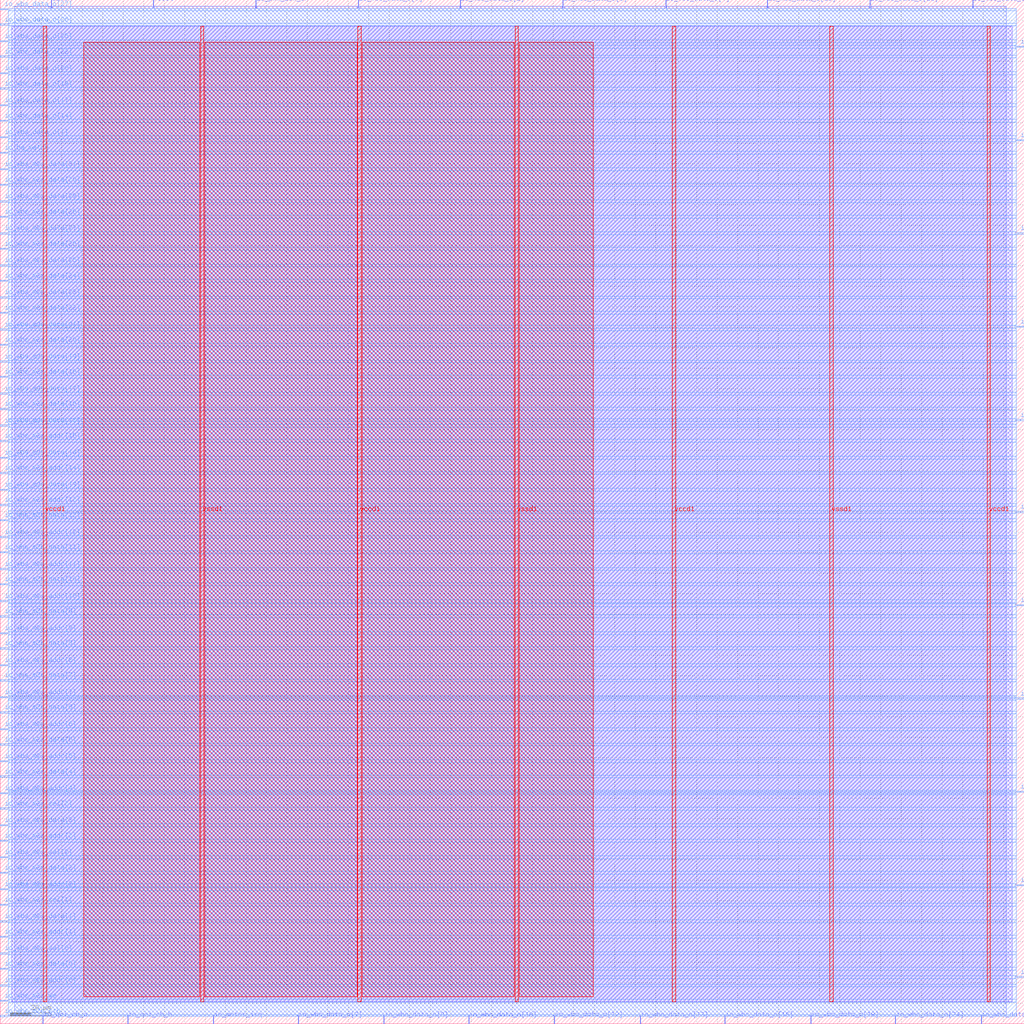
<source format=lef>
VERSION 5.7 ;
  NOWIREEXTENSIONATPIN ON ;
  DIVIDERCHAR "/" ;
  BUSBITCHARS "[]" ;
MACRO Motor_Top
  CLASS BLOCK ;
  FOREIGN Motor_Top ;
  ORIGIN 0.000 0.000 ;
  SIZE 500.000 BY 500.000 ;
  PIN clock
    DIRECTION INPUT ;
    USE SIGNAL ;
    PORT
      LAYER met2 ;
        RECT 24.930 496.000 25.210 500.000 ;
    END
  END clock
  PIN io_ba_match
    DIRECTION INPUT ;
    USE SIGNAL ;
    PORT
      LAYER met3 ;
        RECT 0.000 425.040 4.000 425.640 ;
    END
  END io_ba_match
  PIN io_motor_irq
    DIRECTION OUTPUT TRISTATE ;
    USE SIGNAL ;
    PORT
      LAYER met2 ;
        RECT 104.050 0.000 104.330 4.000 ;
    END
  END io_motor_irq
  PIN io_pwm_high
    DIRECTION OUTPUT TRISTATE ;
    USE SIGNAL ;
    PORT
      LAYER met3 ;
        RECT 496.000 22.480 500.000 23.080 ;
    END
  END io_pwm_high
  PIN io_pwm_high_en
    DIRECTION OUTPUT TRISTATE ;
    USE SIGNAL ;
    PORT
      LAYER met3 ;
        RECT 496.000 112.920 500.000 113.520 ;
    END
  END io_pwm_high_en
  PIN io_pwm_low
    DIRECTION OUTPUT TRISTATE ;
    USE SIGNAL ;
    PORT
      LAYER met3 ;
        RECT 496.000 67.360 500.000 67.960 ;
    END
  END io_pwm_low
  PIN io_pwm_low_en
    DIRECTION OUTPUT TRISTATE ;
    USE SIGNAL ;
    PORT
      LAYER met2 ;
        RECT 124.750 496.000 125.030 500.000 ;
    END
  END io_pwm_low_en
  PIN io_qei_ch_a
    DIRECTION INPUT ;
    USE SIGNAL ;
    PORT
      LAYER met2 ;
        RECT 20.790 0.000 21.070 4.000 ;
    END
  END io_qei_ch_a
  PIN io_qei_ch_b
    DIRECTION INPUT ;
    USE SIGNAL ;
    PORT
      LAYER met2 ;
        RECT 62.190 0.000 62.470 4.000 ;
    END
  END io_qei_ch_b
  PIN io_wbs_ack_o
    DIRECTION OUTPUT TRISTATE ;
    USE SIGNAL ;
    PORT
      LAYER met3 ;
        RECT 496.000 158.480 500.000 159.080 ;
    END
  END io_wbs_ack_o
  PIN io_wbs_data_o[0]
    DIRECTION OUTPUT TRISTATE ;
    USE SIGNAL ;
    PORT
      LAYER met2 ;
        RECT 174.890 496.000 175.170 500.000 ;
    END
  END io_wbs_data_o[0]
  PIN io_wbs_data_o[10]
    DIRECTION OUTPUT TRISTATE ;
    USE SIGNAL ;
    PORT
      LAYER met2 ;
        RECT 228.710 0.000 228.990 4.000 ;
    END
  END io_wbs_data_o[10]
  PIN io_wbs_data_o[11]
    DIRECTION OUTPUT TRISTATE ;
    USE SIGNAL ;
    PORT
      LAYER met3 ;
        RECT 496.000 340.040 500.000 340.640 ;
    END
  END io_wbs_data_o[11]
  PIN io_wbs_data_o[12]
    DIRECTION OUTPUT TRISTATE ;
    USE SIGNAL ;
    PORT
      LAYER met2 ;
        RECT 270.570 0.000 270.850 4.000 ;
    END
  END io_wbs_data_o[12]
  PIN io_wbs_data_o[13]
    DIRECTION OUTPUT TRISTATE ;
    USE SIGNAL ;
    PORT
      LAYER met2 ;
        RECT 312.430 0.000 312.710 4.000 ;
    END
  END io_wbs_data_o[13]
  PIN io_wbs_data_o[14]
    DIRECTION OUTPUT TRISTATE ;
    USE SIGNAL ;
    PORT
      LAYER met3 ;
        RECT 0.000 440.680 4.000 441.280 ;
    END
  END io_wbs_data_o[14]
  PIN io_wbs_data_o[15]
    DIRECTION OUTPUT TRISTATE ;
    USE SIGNAL ;
    PORT
      LAYER met2 ;
        RECT 374.530 496.000 374.810 500.000 ;
    END
  END io_wbs_data_o[15]
  PIN io_wbs_data_o[16]
    DIRECTION OUTPUT TRISTATE ;
    USE SIGNAL ;
    PORT
      LAYER met2 ;
        RECT 353.830 0.000 354.110 4.000 ;
    END
  END io_wbs_data_o[16]
  PIN io_wbs_data_o[17]
    DIRECTION OUTPUT TRISTATE ;
    USE SIGNAL ;
    PORT
      LAYER met3 ;
        RECT 0.000 448.160 4.000 448.760 ;
    END
  END io_wbs_data_o[17]
  PIN io_wbs_data_o[18]
    DIRECTION OUTPUT TRISTATE ;
    USE SIGNAL ;
    PORT
      LAYER met2 ;
        RECT 395.690 0.000 395.970 4.000 ;
    END
  END io_wbs_data_o[18]
  PIN io_wbs_data_o[19]
    DIRECTION OUTPUT TRISTATE ;
    USE SIGNAL ;
    PORT
      LAYER met3 ;
        RECT 0.000 456.320 4.000 456.920 ;
    END
  END io_wbs_data_o[19]
  PIN io_wbs_data_o[1]
    DIRECTION OUTPUT TRISTATE ;
    USE SIGNAL ;
    PORT
      LAYER met3 ;
        RECT 0.000 432.520 4.000 433.120 ;
    END
  END io_wbs_data_o[1]
  PIN io_wbs_data_o[20]
    DIRECTION OUTPUT TRISTATE ;
    USE SIGNAL ;
    PORT
      LAYER met3 ;
        RECT 0.000 463.800 4.000 464.400 ;
    END
  END io_wbs_data_o[20]
  PIN io_wbs_data_o[21]
    DIRECTION OUTPUT TRISTATE ;
    USE SIGNAL ;
    PORT
      LAYER met2 ;
        RECT 424.670 496.000 424.950 500.000 ;
    END
  END io_wbs_data_o[21]
  PIN io_wbs_data_o[22]
    DIRECTION OUTPUT TRISTATE ;
    USE SIGNAL ;
    PORT
      LAYER met3 ;
        RECT 0.000 471.960 4.000 472.560 ;
    END
  END io_wbs_data_o[22]
  PIN io_wbs_data_o[23]
    DIRECTION OUTPUT TRISTATE ;
    USE SIGNAL ;
    PORT
      LAYER met3 ;
        RECT 496.000 385.600 500.000 386.200 ;
    END
  END io_wbs_data_o[23]
  PIN io_wbs_data_o[24]
    DIRECTION OUTPUT TRISTATE ;
    USE SIGNAL ;
    PORT
      LAYER met2 ;
        RECT 437.090 0.000 437.370 4.000 ;
    END
  END io_wbs_data_o[24]
  PIN io_wbs_data_o[25]
    DIRECTION OUTPUT TRISTATE ;
    USE SIGNAL ;
    PORT
      LAYER met3 ;
        RECT 0.000 479.440 4.000 480.040 ;
    END
  END io_wbs_data_o[25]
  PIN io_wbs_data_o[26]
    DIRECTION OUTPUT TRISTATE ;
    USE SIGNAL ;
    PORT
      LAYER met3 ;
        RECT 0.000 487.600 4.000 488.200 ;
    END
  END io_wbs_data_o[26]
  PIN io_wbs_data_o[27]
    DIRECTION OUTPUT TRISTATE ;
    USE SIGNAL ;
    PORT
      LAYER met3 ;
        RECT 0.000 495.080 4.000 495.680 ;
    END
  END io_wbs_data_o[27]
  PIN io_wbs_data_o[28]
    DIRECTION OUTPUT TRISTATE ;
    USE SIGNAL ;
    PORT
      LAYER met2 ;
        RECT 478.950 0.000 479.230 4.000 ;
    END
  END io_wbs_data_o[28]
  PIN io_wbs_data_o[29]
    DIRECTION OUTPUT TRISTATE ;
    USE SIGNAL ;
    PORT
      LAYER met2 ;
        RECT 474.810 496.000 475.090 500.000 ;
    END
  END io_wbs_data_o[29]
  PIN io_wbs_data_o[2]
    DIRECTION OUTPUT TRISTATE ;
    USE SIGNAL ;
    PORT
      LAYER met2 ;
        RECT 224.570 496.000 224.850 500.000 ;
    END
  END io_wbs_data_o[2]
  PIN io_wbs_data_o[30]
    DIRECTION OUTPUT TRISTATE ;
    USE SIGNAL ;
    PORT
      LAYER met3 ;
        RECT 496.000 431.160 500.000 431.760 ;
    END
  END io_wbs_data_o[30]
  PIN io_wbs_data_o[31]
    DIRECTION OUTPUT TRISTATE ;
    USE SIGNAL ;
    PORT
      LAYER met3 ;
        RECT 496.000 476.720 500.000 477.320 ;
    END
  END io_wbs_data_o[31]
  PIN io_wbs_data_o[3]
    DIRECTION OUTPUT TRISTATE ;
    USE SIGNAL ;
    PORT
      LAYER met2 ;
        RECT 274.710 496.000 274.990 500.000 ;
    END
  END io_wbs_data_o[3]
  PIN io_wbs_data_o[4]
    DIRECTION OUTPUT TRISTATE ;
    USE SIGNAL ;
    PORT
      LAYER met2 ;
        RECT 324.850 496.000 325.130 500.000 ;
    END
  END io_wbs_data_o[4]
  PIN io_wbs_data_o[5]
    DIRECTION OUTPUT TRISTATE ;
    USE SIGNAL ;
    PORT
      LAYER met3 ;
        RECT 496.000 204.040 500.000 204.640 ;
    END
  END io_wbs_data_o[5]
  PIN io_wbs_data_o[6]
    DIRECTION OUTPUT TRISTATE ;
    USE SIGNAL ;
    PORT
      LAYER met3 ;
        RECT 496.000 249.600 500.000 250.200 ;
    END
  END io_wbs_data_o[6]
  PIN io_wbs_data_o[7]
    DIRECTION OUTPUT TRISTATE ;
    USE SIGNAL ;
    PORT
      LAYER met2 ;
        RECT 145.450 0.000 145.730 4.000 ;
    END
  END io_wbs_data_o[7]
  PIN io_wbs_data_o[8]
    DIRECTION OUTPUT TRISTATE ;
    USE SIGNAL ;
    PORT
      LAYER met3 ;
        RECT 496.000 294.480 500.000 295.080 ;
    END
  END io_wbs_data_o[8]
  PIN io_wbs_data_o[9]
    DIRECTION OUTPUT TRISTATE ;
    USE SIGNAL ;
    PORT
      LAYER met2 ;
        RECT 187.310 0.000 187.590 4.000 ;
    END
  END io_wbs_data_o[9]
  PIN io_wbs_m2s_addr[0]
    DIRECTION INPUT ;
    USE SIGNAL ;
    PORT
      LAYER met3 ;
        RECT 0.000 18.400 4.000 19.000 ;
    END
  END io_wbs_m2s_addr[0]
  PIN io_wbs_m2s_addr[10]
    DIRECTION INPUT ;
    USE SIGNAL ;
    PORT
      LAYER met3 ;
        RECT 0.000 206.080 4.000 206.680 ;
    END
  END io_wbs_m2s_addr[10]
  PIN io_wbs_m2s_addr[11]
    DIRECTION INPUT ;
    USE SIGNAL ;
    PORT
      LAYER met3 ;
        RECT 0.000 221.720 4.000 222.320 ;
    END
  END io_wbs_m2s_addr[11]
  PIN io_wbs_m2s_addr[12]
    DIRECTION INPUT ;
    USE SIGNAL ;
    PORT
      LAYER met3 ;
        RECT 0.000 237.360 4.000 237.960 ;
    END
  END io_wbs_m2s_addr[12]
  PIN io_wbs_m2s_addr[13]
    DIRECTION INPUT ;
    USE SIGNAL ;
    PORT
      LAYER met3 ;
        RECT 0.000 253.000 4.000 253.600 ;
    END
  END io_wbs_m2s_addr[13]
  PIN io_wbs_m2s_addr[14]
    DIRECTION INPUT ;
    USE SIGNAL ;
    PORT
      LAYER met3 ;
        RECT 0.000 268.640 4.000 269.240 ;
    END
  END io_wbs_m2s_addr[14]
  PIN io_wbs_m2s_addr[15]
    DIRECTION INPUT ;
    USE SIGNAL ;
    PORT
      LAYER met3 ;
        RECT 0.000 284.280 4.000 284.880 ;
    END
  END io_wbs_m2s_addr[15]
  PIN io_wbs_m2s_addr[1]
    DIRECTION INPUT ;
    USE SIGNAL ;
    PORT
      LAYER met3 ;
        RECT 0.000 42.200 4.000 42.800 ;
    END
  END io_wbs_m2s_addr[1]
  PIN io_wbs_m2s_addr[2]
    DIRECTION INPUT ;
    USE SIGNAL ;
    PORT
      LAYER met3 ;
        RECT 0.000 65.320 4.000 65.920 ;
    END
  END io_wbs_m2s_addr[2]
  PIN io_wbs_m2s_addr[3]
    DIRECTION INPUT ;
    USE SIGNAL ;
    PORT
      LAYER met3 ;
        RECT 0.000 89.120 4.000 89.720 ;
    END
  END io_wbs_m2s_addr[3]
  PIN io_wbs_m2s_addr[4]
    DIRECTION INPUT ;
    USE SIGNAL ;
    PORT
      LAYER met3 ;
        RECT 0.000 112.240 4.000 112.840 ;
    END
  END io_wbs_m2s_addr[4]
  PIN io_wbs_m2s_addr[5]
    DIRECTION INPUT ;
    USE SIGNAL ;
    PORT
      LAYER met3 ;
        RECT 0.000 127.880 4.000 128.480 ;
    END
  END io_wbs_m2s_addr[5]
  PIN io_wbs_m2s_addr[6]
    DIRECTION INPUT ;
    USE SIGNAL ;
    PORT
      LAYER met3 ;
        RECT 0.000 143.520 4.000 144.120 ;
    END
  END io_wbs_m2s_addr[6]
  PIN io_wbs_m2s_addr[7]
    DIRECTION INPUT ;
    USE SIGNAL ;
    PORT
      LAYER met3 ;
        RECT 0.000 159.160 4.000 159.760 ;
    END
  END io_wbs_m2s_addr[7]
  PIN io_wbs_m2s_addr[8]
    DIRECTION INPUT ;
    USE SIGNAL ;
    PORT
      LAYER met3 ;
        RECT 0.000 174.800 4.000 175.400 ;
    END
  END io_wbs_m2s_addr[8]
  PIN io_wbs_m2s_addr[9]
    DIRECTION INPUT ;
    USE SIGNAL ;
    PORT
      LAYER met3 ;
        RECT 0.000 190.440 4.000 191.040 ;
    END
  END io_wbs_m2s_addr[9]
  PIN io_wbs_m2s_data[0]
    DIRECTION INPUT ;
    USE SIGNAL ;
    PORT
      LAYER met3 ;
        RECT 0.000 26.560 4.000 27.160 ;
    END
  END io_wbs_m2s_data[0]
  PIN io_wbs_m2s_data[10]
    DIRECTION INPUT ;
    USE SIGNAL ;
    PORT
      LAYER met3 ;
        RECT 0.000 214.240 4.000 214.840 ;
    END
  END io_wbs_m2s_data[10]
  PIN io_wbs_m2s_data[11]
    DIRECTION INPUT ;
    USE SIGNAL ;
    PORT
      LAYER met3 ;
        RECT 0.000 229.880 4.000 230.480 ;
    END
  END io_wbs_m2s_data[11]
  PIN io_wbs_m2s_data[12]
    DIRECTION INPUT ;
    USE SIGNAL ;
    PORT
      LAYER met3 ;
        RECT 0.000 245.520 4.000 246.120 ;
    END
  END io_wbs_m2s_data[12]
  PIN io_wbs_m2s_data[13]
    DIRECTION INPUT ;
    USE SIGNAL ;
    PORT
      LAYER met3 ;
        RECT 0.000 260.480 4.000 261.080 ;
    END
  END io_wbs_m2s_data[13]
  PIN io_wbs_m2s_data[14]
    DIRECTION INPUT ;
    USE SIGNAL ;
    PORT
      LAYER met3 ;
        RECT 0.000 276.120 4.000 276.720 ;
    END
  END io_wbs_m2s_data[14]
  PIN io_wbs_m2s_data[15]
    DIRECTION INPUT ;
    USE SIGNAL ;
    PORT
      LAYER met3 ;
        RECT 0.000 291.760 4.000 292.360 ;
    END
  END io_wbs_m2s_data[15]
  PIN io_wbs_m2s_data[16]
    DIRECTION INPUT ;
    USE SIGNAL ;
    PORT
      LAYER met3 ;
        RECT 0.000 299.920 4.000 300.520 ;
    END
  END io_wbs_m2s_data[16]
  PIN io_wbs_m2s_data[17]
    DIRECTION INPUT ;
    USE SIGNAL ;
    PORT
      LAYER met3 ;
        RECT 0.000 307.400 4.000 308.000 ;
    END
  END io_wbs_m2s_data[17]
  PIN io_wbs_m2s_data[18]
    DIRECTION INPUT ;
    USE SIGNAL ;
    PORT
      LAYER met3 ;
        RECT 0.000 315.560 4.000 316.160 ;
    END
  END io_wbs_m2s_data[18]
  PIN io_wbs_m2s_data[19]
    DIRECTION INPUT ;
    USE SIGNAL ;
    PORT
      LAYER met3 ;
        RECT 0.000 323.040 4.000 323.640 ;
    END
  END io_wbs_m2s_data[19]
  PIN io_wbs_m2s_data[1]
    DIRECTION INPUT ;
    USE SIGNAL ;
    PORT
      LAYER met3 ;
        RECT 0.000 49.680 4.000 50.280 ;
    END
  END io_wbs_m2s_data[1]
  PIN io_wbs_m2s_data[20]
    DIRECTION INPUT ;
    USE SIGNAL ;
    PORT
      LAYER met3 ;
        RECT 0.000 331.200 4.000 331.800 ;
    END
  END io_wbs_m2s_data[20]
  PIN io_wbs_m2s_data[21]
    DIRECTION INPUT ;
    USE SIGNAL ;
    PORT
      LAYER met3 ;
        RECT 0.000 338.680 4.000 339.280 ;
    END
  END io_wbs_m2s_data[21]
  PIN io_wbs_m2s_data[22]
    DIRECTION INPUT ;
    USE SIGNAL ;
    PORT
      LAYER met3 ;
        RECT 0.000 346.840 4.000 347.440 ;
    END
  END io_wbs_m2s_data[22]
  PIN io_wbs_m2s_data[23]
    DIRECTION INPUT ;
    USE SIGNAL ;
    PORT
      LAYER met3 ;
        RECT 0.000 354.320 4.000 354.920 ;
    END
  END io_wbs_m2s_data[23]
  PIN io_wbs_m2s_data[24]
    DIRECTION INPUT ;
    USE SIGNAL ;
    PORT
      LAYER met3 ;
        RECT 0.000 362.480 4.000 363.080 ;
    END
  END io_wbs_m2s_data[24]
  PIN io_wbs_m2s_data[25]
    DIRECTION INPUT ;
    USE SIGNAL ;
    PORT
      LAYER met3 ;
        RECT 0.000 369.960 4.000 370.560 ;
    END
  END io_wbs_m2s_data[25]
  PIN io_wbs_m2s_data[26]
    DIRECTION INPUT ;
    USE SIGNAL ;
    PORT
      LAYER met3 ;
        RECT 0.000 378.120 4.000 378.720 ;
    END
  END io_wbs_m2s_data[26]
  PIN io_wbs_m2s_data[27]
    DIRECTION INPUT ;
    USE SIGNAL ;
    PORT
      LAYER met3 ;
        RECT 0.000 385.600 4.000 386.200 ;
    END
  END io_wbs_m2s_data[27]
  PIN io_wbs_m2s_data[28]
    DIRECTION INPUT ;
    USE SIGNAL ;
    PORT
      LAYER met3 ;
        RECT 0.000 393.760 4.000 394.360 ;
    END
  END io_wbs_m2s_data[28]
  PIN io_wbs_m2s_data[29]
    DIRECTION INPUT ;
    USE SIGNAL ;
    PORT
      LAYER met3 ;
        RECT 0.000 401.240 4.000 401.840 ;
    END
  END io_wbs_m2s_data[29]
  PIN io_wbs_m2s_data[2]
    DIRECTION INPUT ;
    USE SIGNAL ;
    PORT
      LAYER met3 ;
        RECT 0.000 73.480 4.000 74.080 ;
    END
  END io_wbs_m2s_data[2]
  PIN io_wbs_m2s_data[30]
    DIRECTION INPUT ;
    USE SIGNAL ;
    PORT
      LAYER met3 ;
        RECT 0.000 409.400 4.000 410.000 ;
    END
  END io_wbs_m2s_data[30]
  PIN io_wbs_m2s_data[31]
    DIRECTION INPUT ;
    USE SIGNAL ;
    PORT
      LAYER met3 ;
        RECT 0.000 416.880 4.000 417.480 ;
    END
  END io_wbs_m2s_data[31]
  PIN io_wbs_m2s_data[3]
    DIRECTION INPUT ;
    USE SIGNAL ;
    PORT
      LAYER met3 ;
        RECT 0.000 96.600 4.000 97.200 ;
    END
  END io_wbs_m2s_data[3]
  PIN io_wbs_m2s_data[4]
    DIRECTION INPUT ;
    USE SIGNAL ;
    PORT
      LAYER met3 ;
        RECT 0.000 120.400 4.000 121.000 ;
    END
  END io_wbs_m2s_data[4]
  PIN io_wbs_m2s_data[5]
    DIRECTION INPUT ;
    USE SIGNAL ;
    PORT
      LAYER met3 ;
        RECT 0.000 136.040 4.000 136.640 ;
    END
  END io_wbs_m2s_data[5]
  PIN io_wbs_m2s_data[6]
    DIRECTION INPUT ;
    USE SIGNAL ;
    PORT
      LAYER met3 ;
        RECT 0.000 151.680 4.000 152.280 ;
    END
  END io_wbs_m2s_data[6]
  PIN io_wbs_m2s_data[7]
    DIRECTION INPUT ;
    USE SIGNAL ;
    PORT
      LAYER met3 ;
        RECT 0.000 167.320 4.000 167.920 ;
    END
  END io_wbs_m2s_data[7]
  PIN io_wbs_m2s_data[8]
    DIRECTION INPUT ;
    USE SIGNAL ;
    PORT
      LAYER met3 ;
        RECT 0.000 182.960 4.000 183.560 ;
    END
  END io_wbs_m2s_data[8]
  PIN io_wbs_m2s_data[9]
    DIRECTION INPUT ;
    USE SIGNAL ;
    PORT
      LAYER met3 ;
        RECT 0.000 198.600 4.000 199.200 ;
    END
  END io_wbs_m2s_data[9]
  PIN io_wbs_m2s_sel[0]
    DIRECTION INPUT ;
    USE SIGNAL ;
    PORT
      LAYER met3 ;
        RECT 0.000 34.040 4.000 34.640 ;
    END
  END io_wbs_m2s_sel[0]
  PIN io_wbs_m2s_sel[1]
    DIRECTION INPUT ;
    USE SIGNAL ;
    PORT
      LAYER met3 ;
        RECT 0.000 57.840 4.000 58.440 ;
    END
  END io_wbs_m2s_sel[1]
  PIN io_wbs_m2s_sel[2]
    DIRECTION INPUT ;
    USE SIGNAL ;
    PORT
      LAYER met3 ;
        RECT 0.000 80.960 4.000 81.560 ;
    END
  END io_wbs_m2s_sel[2]
  PIN io_wbs_m2s_sel[3]
    DIRECTION INPUT ;
    USE SIGNAL ;
    PORT
      LAYER met3 ;
        RECT 0.000 104.760 4.000 105.360 ;
    END
  END io_wbs_m2s_sel[3]
  PIN io_wbs_m2s_stb
    DIRECTION INPUT ;
    USE SIGNAL ;
    PORT
      LAYER met3 ;
        RECT 0.000 3.440 4.000 4.040 ;
    END
  END io_wbs_m2s_stb
  PIN io_wbs_m2s_we
    DIRECTION INPUT ;
    USE SIGNAL ;
    PORT
      LAYER met3 ;
        RECT 0.000 10.920 4.000 11.520 ;
    END
  END io_wbs_m2s_we
  PIN reset
    DIRECTION INPUT ;
    USE SIGNAL ;
    PORT
      LAYER met2 ;
        RECT 74.610 496.000 74.890 500.000 ;
    END
  END reset
  PIN vccd1
    DIRECTION INPUT ;
    USE POWER ;
    PORT
      LAYER met4 ;
        RECT 21.040 10.640 22.640 487.120 ;
    END
    PORT
      LAYER met4 ;
        RECT 174.640 10.640 176.240 487.120 ;
    END
    PORT
      LAYER met4 ;
        RECT 328.240 10.640 329.840 487.120 ;
    END
    PORT
      LAYER met4 ;
        RECT 481.840 10.640 483.440 487.120 ;
    END
  END vccd1
  PIN vssd1
    DIRECTION INPUT ;
    USE GROUND ;
    PORT
      LAYER met4 ;
        RECT 97.840 10.640 99.440 487.120 ;
    END
    PORT
      LAYER met4 ;
        RECT 251.440 10.640 253.040 487.120 ;
    END
    PORT
      LAYER met4 ;
        RECT 405.040 10.640 406.640 487.120 ;
    END
  END vssd1
  OBS
      LAYER li1 ;
        RECT 5.520 10.795 494.040 486.965 ;
      LAYER met1 ;
        RECT 5.520 10.640 494.040 487.120 ;
      LAYER met2 ;
        RECT 6.990 495.720 24.650 496.810 ;
        RECT 25.490 495.720 74.330 496.810 ;
        RECT 75.170 495.720 124.470 496.810 ;
        RECT 125.310 495.720 174.610 496.810 ;
        RECT 175.450 495.720 224.290 496.810 ;
        RECT 225.130 495.720 274.430 496.810 ;
        RECT 275.270 495.720 324.570 496.810 ;
        RECT 325.410 495.720 374.250 496.810 ;
        RECT 375.090 495.720 424.390 496.810 ;
        RECT 425.230 495.720 474.530 496.810 ;
        RECT 475.370 495.720 491.190 496.810 ;
        RECT 6.990 4.280 491.190 495.720 ;
        RECT 6.990 3.555 20.510 4.280 ;
        RECT 21.350 3.555 61.910 4.280 ;
        RECT 62.750 3.555 103.770 4.280 ;
        RECT 104.610 3.555 145.170 4.280 ;
        RECT 146.010 3.555 187.030 4.280 ;
        RECT 187.870 3.555 228.430 4.280 ;
        RECT 229.270 3.555 270.290 4.280 ;
        RECT 271.130 3.555 312.150 4.280 ;
        RECT 312.990 3.555 353.550 4.280 ;
        RECT 354.390 3.555 395.410 4.280 ;
        RECT 396.250 3.555 436.810 4.280 ;
        RECT 437.650 3.555 478.670 4.280 ;
        RECT 479.510 3.555 491.190 4.280 ;
      LAYER met3 ;
        RECT 4.400 494.680 496.000 495.545 ;
        RECT 4.000 488.600 496.000 494.680 ;
        RECT 4.400 487.200 496.000 488.600 ;
        RECT 4.000 480.440 496.000 487.200 ;
        RECT 4.400 479.040 496.000 480.440 ;
        RECT 4.000 477.720 496.000 479.040 ;
        RECT 4.000 476.320 495.600 477.720 ;
        RECT 4.000 472.960 496.000 476.320 ;
        RECT 4.400 471.560 496.000 472.960 ;
        RECT 4.000 464.800 496.000 471.560 ;
        RECT 4.400 463.400 496.000 464.800 ;
        RECT 4.000 457.320 496.000 463.400 ;
        RECT 4.400 455.920 496.000 457.320 ;
        RECT 4.000 449.160 496.000 455.920 ;
        RECT 4.400 447.760 496.000 449.160 ;
        RECT 4.000 441.680 496.000 447.760 ;
        RECT 4.400 440.280 496.000 441.680 ;
        RECT 4.000 433.520 496.000 440.280 ;
        RECT 4.400 432.160 496.000 433.520 ;
        RECT 4.400 432.120 495.600 432.160 ;
        RECT 4.000 430.760 495.600 432.120 ;
        RECT 4.000 426.040 496.000 430.760 ;
        RECT 4.400 424.640 496.000 426.040 ;
        RECT 4.000 417.880 496.000 424.640 ;
        RECT 4.400 416.480 496.000 417.880 ;
        RECT 4.000 410.400 496.000 416.480 ;
        RECT 4.400 409.000 496.000 410.400 ;
        RECT 4.000 402.240 496.000 409.000 ;
        RECT 4.400 400.840 496.000 402.240 ;
        RECT 4.000 394.760 496.000 400.840 ;
        RECT 4.400 393.360 496.000 394.760 ;
        RECT 4.000 386.600 496.000 393.360 ;
        RECT 4.400 385.200 495.600 386.600 ;
        RECT 4.000 379.120 496.000 385.200 ;
        RECT 4.400 377.720 496.000 379.120 ;
        RECT 4.000 370.960 496.000 377.720 ;
        RECT 4.400 369.560 496.000 370.960 ;
        RECT 4.000 363.480 496.000 369.560 ;
        RECT 4.400 362.080 496.000 363.480 ;
        RECT 4.000 355.320 496.000 362.080 ;
        RECT 4.400 353.920 496.000 355.320 ;
        RECT 4.000 347.840 496.000 353.920 ;
        RECT 4.400 346.440 496.000 347.840 ;
        RECT 4.000 341.040 496.000 346.440 ;
        RECT 4.000 339.680 495.600 341.040 ;
        RECT 4.400 339.640 495.600 339.680 ;
        RECT 4.400 338.280 496.000 339.640 ;
        RECT 4.000 332.200 496.000 338.280 ;
        RECT 4.400 330.800 496.000 332.200 ;
        RECT 4.000 324.040 496.000 330.800 ;
        RECT 4.400 322.640 496.000 324.040 ;
        RECT 4.000 316.560 496.000 322.640 ;
        RECT 4.400 315.160 496.000 316.560 ;
        RECT 4.000 308.400 496.000 315.160 ;
        RECT 4.400 307.000 496.000 308.400 ;
        RECT 4.000 300.920 496.000 307.000 ;
        RECT 4.400 299.520 496.000 300.920 ;
        RECT 4.000 295.480 496.000 299.520 ;
        RECT 4.000 294.080 495.600 295.480 ;
        RECT 4.000 292.760 496.000 294.080 ;
        RECT 4.400 291.360 496.000 292.760 ;
        RECT 4.000 285.280 496.000 291.360 ;
        RECT 4.400 283.880 496.000 285.280 ;
        RECT 4.000 277.120 496.000 283.880 ;
        RECT 4.400 275.720 496.000 277.120 ;
        RECT 4.000 269.640 496.000 275.720 ;
        RECT 4.400 268.240 496.000 269.640 ;
        RECT 4.000 261.480 496.000 268.240 ;
        RECT 4.400 260.080 496.000 261.480 ;
        RECT 4.000 254.000 496.000 260.080 ;
        RECT 4.400 252.600 496.000 254.000 ;
        RECT 4.000 250.600 496.000 252.600 ;
        RECT 4.000 249.200 495.600 250.600 ;
        RECT 4.000 246.520 496.000 249.200 ;
        RECT 4.400 245.120 496.000 246.520 ;
        RECT 4.000 238.360 496.000 245.120 ;
        RECT 4.400 236.960 496.000 238.360 ;
        RECT 4.000 230.880 496.000 236.960 ;
        RECT 4.400 229.480 496.000 230.880 ;
        RECT 4.000 222.720 496.000 229.480 ;
        RECT 4.400 221.320 496.000 222.720 ;
        RECT 4.000 215.240 496.000 221.320 ;
        RECT 4.400 213.840 496.000 215.240 ;
        RECT 4.000 207.080 496.000 213.840 ;
        RECT 4.400 205.680 496.000 207.080 ;
        RECT 4.000 205.040 496.000 205.680 ;
        RECT 4.000 203.640 495.600 205.040 ;
        RECT 4.000 199.600 496.000 203.640 ;
        RECT 4.400 198.200 496.000 199.600 ;
        RECT 4.000 191.440 496.000 198.200 ;
        RECT 4.400 190.040 496.000 191.440 ;
        RECT 4.000 183.960 496.000 190.040 ;
        RECT 4.400 182.560 496.000 183.960 ;
        RECT 4.000 175.800 496.000 182.560 ;
        RECT 4.400 174.400 496.000 175.800 ;
        RECT 4.000 168.320 496.000 174.400 ;
        RECT 4.400 166.920 496.000 168.320 ;
        RECT 4.000 160.160 496.000 166.920 ;
        RECT 4.400 159.480 496.000 160.160 ;
        RECT 4.400 158.760 495.600 159.480 ;
        RECT 4.000 158.080 495.600 158.760 ;
        RECT 4.000 152.680 496.000 158.080 ;
        RECT 4.400 151.280 496.000 152.680 ;
        RECT 4.000 144.520 496.000 151.280 ;
        RECT 4.400 143.120 496.000 144.520 ;
        RECT 4.000 137.040 496.000 143.120 ;
        RECT 4.400 135.640 496.000 137.040 ;
        RECT 4.000 128.880 496.000 135.640 ;
        RECT 4.400 127.480 496.000 128.880 ;
        RECT 4.000 121.400 496.000 127.480 ;
        RECT 4.400 120.000 496.000 121.400 ;
        RECT 4.000 113.920 496.000 120.000 ;
        RECT 4.000 113.240 495.600 113.920 ;
        RECT 4.400 112.520 495.600 113.240 ;
        RECT 4.400 111.840 496.000 112.520 ;
        RECT 4.000 105.760 496.000 111.840 ;
        RECT 4.400 104.360 496.000 105.760 ;
        RECT 4.000 97.600 496.000 104.360 ;
        RECT 4.400 96.200 496.000 97.600 ;
        RECT 4.000 90.120 496.000 96.200 ;
        RECT 4.400 88.720 496.000 90.120 ;
        RECT 4.000 81.960 496.000 88.720 ;
        RECT 4.400 80.560 496.000 81.960 ;
        RECT 4.000 74.480 496.000 80.560 ;
        RECT 4.400 73.080 496.000 74.480 ;
        RECT 4.000 68.360 496.000 73.080 ;
        RECT 4.000 66.960 495.600 68.360 ;
        RECT 4.000 66.320 496.000 66.960 ;
        RECT 4.400 64.920 496.000 66.320 ;
        RECT 4.000 58.840 496.000 64.920 ;
        RECT 4.400 57.440 496.000 58.840 ;
        RECT 4.000 50.680 496.000 57.440 ;
        RECT 4.400 49.280 496.000 50.680 ;
        RECT 4.000 43.200 496.000 49.280 ;
        RECT 4.400 41.800 496.000 43.200 ;
        RECT 4.000 35.040 496.000 41.800 ;
        RECT 4.400 33.640 496.000 35.040 ;
        RECT 4.000 27.560 496.000 33.640 ;
        RECT 4.400 26.160 496.000 27.560 ;
        RECT 4.000 23.480 496.000 26.160 ;
        RECT 4.000 22.080 495.600 23.480 ;
        RECT 4.000 19.400 496.000 22.080 ;
        RECT 4.400 18.000 496.000 19.400 ;
        RECT 4.000 11.920 496.000 18.000 ;
        RECT 4.400 10.520 496.000 11.920 ;
        RECT 4.000 4.440 496.000 10.520 ;
        RECT 4.400 3.575 496.000 4.440 ;
      LAYER met4 ;
        RECT 40.775 13.095 97.440 479.225 ;
        RECT 99.840 13.095 174.240 479.225 ;
        RECT 176.640 13.095 251.040 479.225 ;
        RECT 253.440 13.095 289.505 479.225 ;
  END
END Motor_Top
END LIBRARY


</source>
